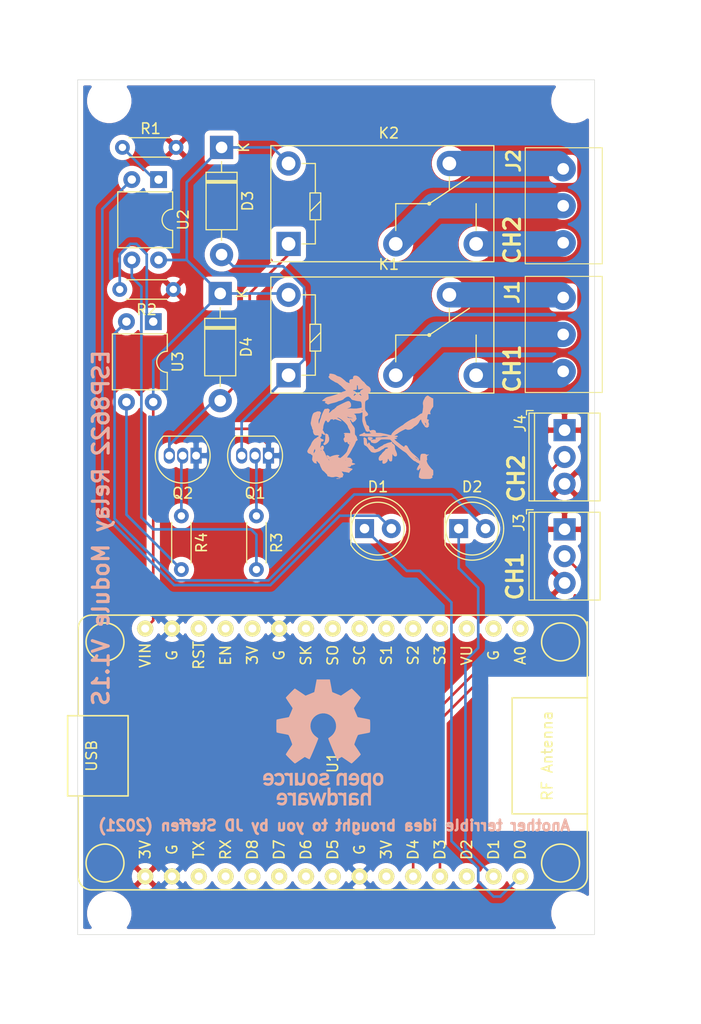
<source format=kicad_pcb>
(kicad_pcb (version 20171130) (host pcbnew "(5.1.8)-1")
  (layers (0 F.Cu signal) (31 B.Cu signal) (34 B.Paste user) (35 F.Paste user) (36 B.SilkS user) (37 F.SilkS user) (38 B.Mask user) (39 F.Mask user) (44 Edge.Cuts user))
  (net 0 "")
  (net 1 "Net-(D1-Pad2)")
  (net 2 "Net-(D1-Pad1)")
  (net 3 "Net-(D2-Pad1)")
  (net 4 "Net-(D2-Pad2)")
  (net 5 +5V)
  (net 6 "Net-(D3-Pad2)")
  (net 7 "Net-(D4-Pad2)")
  (net 8 "Net-(J1-Pad3)")
  (net 9 "Net-(J1-Pad2)")
  (net 10 "Net-(J1-Pad1)")
  (net 11 "Net-(J2-Pad1)")
  (net 12 "Net-(J2-Pad2)")
  (net 13 "Net-(J2-Pad3)")
  (net 14 "Net-(Q1-Pad2)")
  (net 15 GND)
  (net 16 "Net-(Q2-Pad2)")
  (net 17 VCC)
  (net 18 "Net-(R1-Pad2)")
  (net 19 "Net-(R2-Pad2)")
  (net 20 "Net-(R3-Pad2)")
  (net 21 "Net-(R4-Pad2)")
  (net 22 "Net-(J3-Pad2)")
  (net 23 "Net-(J4-Pad2)")
  (module Library:Stickman_Logo (layer B.Cu) (at 110.617 91.821 270)
    (fp_text reference G*** hide)
    (fp_text value LOGO hide)
  )
  (module Symbol:OSHW-Logo_11.4x12mm_SilkScreen (layer B.Cu) (at 106.299 121.793 180)
    (fp_text reference REF** hide)
    (fp_text value OSHW-Logo_11.4x12mm_SilkScreen hide)
  )
  (module ESP8266:ESP12F-Devkit-V3 (layer F.Cu) (at 105.918 123.063 270)
    (fp_text reference U1 (at 0.635 -1.27 270) (layer F.SilkS))
    (fp_text value "NodeMCU_1.0_(ESP-12E)")
    (fp_text user USB (at 0 21.59 90) (layer F.SilkS))
    (fp_text user "RF Antenna" (at 0 -21.59 90) (layer F.SilkS))
    (fp_text user VIN (at -9.525 16.51 90) (layer F.SilkS))
    (fp_text user G (at -9.525 13.97 90) (layer F.SilkS))
    (fp_text user RST (at -9.525 11.43 90) (layer F.SilkS))
    (fp_text user EN (at -9.525 8.89 90) (layer F.SilkS))
    (fp_text user 3V (at -9.525 6.35 90) (layer F.SilkS))
    (fp_text user G (at -9.525 3.81 90) (layer F.SilkS))
    (fp_text user SK (at -9.525 1.27 90) (layer F.SilkS))
    (fp_text user SO (at -9.525 -1.27 90) (layer F.SilkS))
    (fp_text user SC (at -9.525 -3.81 90) (layer F.SilkS))
    (fp_text user S1 (at -9.525 -6.35 90) (layer F.SilkS))
    (fp_text user S2 (at -9.525 -8.89 90) (layer F.SilkS))
    (fp_text user S3 (at -9.525 -11.43 90) (layer F.SilkS))
    (fp_text user VU (at -9.525 -13.97 90) (layer F.SilkS))
    (fp_text user G (at -9.525 -16.51 90) (layer F.SilkS))
    (fp_text user A0 (at -9.525 -19.05 90) (layer F.SilkS))
    (fp_text user 3V (at 8.89 16.51 90) (layer F.SilkS))
    (fp_text user G (at 8.89 13.97 90) (layer F.SilkS))
    (fp_text user TX (at 8.89 11.43 90) (layer F.SilkS))
    (fp_text user RX (at 8.89 8.89 90) (layer F.SilkS))
    (fp_text user D8 (at 8.89 6.35 90) (layer F.SilkS))
    (fp_text user D7 (at 8.89 3.81 90) (layer F.SilkS))
    (fp_text user D6 (at 8.89 1.27 90) (layer F.SilkS))
    (fp_text user D5 (at 8.89 -1.27 90) (layer F.SilkS))
    (fp_text user G (at 8.89 -3.81 90) (layer F.SilkS))
    (fp_text user 3V (at 8.89 -6.35 90) (layer F.SilkS))
    (fp_text user D4 (at 8.89 -8.89 90) (layer F.SilkS))
    (fp_text user D3 (at 8.89 -11.43 90) (layer F.SilkS))
    (fp_text user D2 (at 8.89 -13.97 90) (layer F.SilkS))
    (fp_text user D1 (at 8.89 -16.51 90) (layer F.SilkS))
    (fp_text user D0 (at 8.89 -19.05 90) (layer F.SilkS))
    (pad 1 thru_hole circle (at -12.065 -19.05 270) (size 1.524 1.524) (drill 0.762) (layers *.Cu *.Mask F.SilkS))
    (pad 2 thru_hole circle (at -12.065 -16.51 270) (size 1.524 1.524) (drill 0.762) (layers *.Cu *.Mask F.SilkS))
    (pad 3 thru_hole circle (at -12.065 -13.97 270) (size 1.524 1.524) (drill 0.762) (layers *.Cu *.Mask F.SilkS))
    (pad 4 thru_hole circle (at -12.065 -11.43 270) (size 1.524 1.524) (drill 0.762) (layers *.Cu *.Mask F.SilkS))
    (pad 5 thru_hole circle (at -12.065 -8.89 270) (size 1.524 1.524) (drill 0.762) (layers *.Cu *.Mask F.SilkS))
    (pad 6 thru_hole circle (at -12.065 -6.35 270) (size 1.524 1.524) (drill 0.762) (layers *.Cu *.Mask F.SilkS))
    (pad 7 thru_hole circle (at -12.065 -3.81 270) (size 1.524 1.524) (drill 0.762) (layers *.Cu *.Mask F.SilkS))
    (pad 8 thru_hole circle (at -12.065 -1.27 270) (size 1.524 1.524) (drill 0.762) (layers *.Cu *.Mask F.SilkS))
    (pad 9 thru_hole circle (at -12.065 1.27 270) (size 1.524 1.524) (drill 0.762) (layers *.Cu *.Mask F.SilkS))
    (pad 10 thru_hole circle (at -12.065 3.81 270) (size 1.524 1.524) (drill 0.762) (layers *.Cu *.Mask F.SilkS) (net 15 GND))
    (pad 11 thru_hole circle (at -12.065 6.35 270) (size 1.524 1.524) (drill 0.762) (layers *.Cu *.Mask F.SilkS))
    (pad 12 thru_hole circle (at -12.065 8.89 270) (size 1.524 1.524) (drill 0.762) (layers *.Cu *.Mask F.SilkS))
    (pad 13 thru_hole circle (at -12.065 11.43 270) (size 1.524 1.524) (drill 0.762) (layers *.Cu *.Mask F.SilkS))
    (pad 14 thru_hole circle (at -12.065 13.97 270) (size 1.524 1.524) (drill 0.762) (layers *.Cu *.Mask F.SilkS) (net 15 GND))
    (pad 15 thru_hole circle (at -12.065 16.51 270) (size 1.524 1.524) (drill 0.762) (layers *.Cu *.Mask F.SilkS) (net 5 +5V))
    (pad 16 thru_hole circle (at 11.43 16.51 270) (size 1.524 1.524) (drill 0.762) (layers *.Cu *.Mask F.SilkS) (net 17 VCC))
    (pad 17 thru_hole circle (at 11.43 13.97 270) (size 1.524 1.524) (drill 0.762) (layers *.Cu *.Mask F.SilkS) (net 15 GND))
    (pad 18 thru_hole circle (at 11.43 11.43 270) (size 1.524 1.524) (drill 0.762) (layers *.Cu *.Mask F.SilkS))
    (pad 19 thru_hole circle (at 11.43 8.89 270) (size 1.524 1.524) (drill 0.762) (layers *.Cu *.Mask F.SilkS))
    (pad 20 thru_hole circle (at 11.43 6.35 270) (size 1.524 1.524) (drill 0.762) (layers *.Cu *.Mask F.SilkS))
    (pad 21 thru_hole circle (at 11.43 3.81 270) (size 1.524 1.524) (drill 0.762) (layers *.Cu *.Mask F.SilkS))
    (pad 22 thru_hole circle (at 11.43 1.27 270) (size 1.524 1.524) (drill 0.762) (layers *.Cu *.Mask F.SilkS))
    (pad 23 thru_hole circle (at 11.43 -1.27 270) (size 1.524 1.524) (drill 0.762) (layers *.Cu *.Mask F.SilkS))
    (pad 24 thru_hole circle (at 11.43 -3.81 270) (size 1.524 1.524) (drill 0.762) (layers *.Cu *.Mask F.SilkS) (net 15 GND))
    (pad 25 thru_hole circle (at 11.43 -6.35 270) (size 1.524 1.524) (drill 0.762) (layers *.Cu *.Mask F.SilkS))
    (pad 26 thru_hole circle (at 11.43 -8.89 270) (size 1.524 1.524) (drill 0.762) (layers *.Cu *.Mask F.SilkS) (net 23 "Net-(J4-Pad2)"))
    (pad 27 thru_hole circle (at 11.43 -11.43 270) (size 1.524 1.524) (drill 0.762) (layers *.Cu *.Mask F.SilkS) (net 22 "Net-(J3-Pad2)"))
    (pad 28 thru_hole circle (at 11.43 -13.97 270) (size 1.524 1.524) (drill 0.762) (layers *.Cu *.Mask F.SilkS))
    (pad 29 thru_hole circle (at 11.43 -16.51 270) (size 1.524 1.524) (drill 0.762) (layers *.Cu *.Mask F.SilkS) (net 3 "Net-(D2-Pad1)"))
    (pad 30 thru_hole circle (at 11.43 -19.05 270) (size 1.524 1.524) (drill 0.762) (layers *.Cu *.Mask F.SilkS) (net 2 "Net-(D1-Pad1)"))
  )
  (module LED_THT:LED_D5.0mm (layer F.Cu) (at 110.2 101.531)
    (fp_text reference D1 (at 1.27 -3.96) (layer F.SilkS))
    (fp_text value LED_Small_ALT)
    (pad 2 thru_hole circle (at 2.54 0) (size 1.8 1.8) (drill 0.9) (layers *.Cu *.Mask) (net 1 "Net-(D1-Pad2)"))
    (pad 1 thru_hole rect (at 0 0) (size 1.8 1.8) (drill 0.9) (layers *.Cu *.Mask) (net 2 "Net-(D1-Pad1)"))
  )
  (module LED_THT:LED_D5.0mm (layer F.Cu) (at 119.126 101.531)
    (fp_text reference D2 (at 1.27 -3.96) (layer F.SilkS))
    (fp_text value LED_Small_ALT)
    (pad 1 thru_hole rect (at 0 0) (size 1.8 1.8) (drill 0.9) (layers *.Cu *.Mask) (net 3 "Net-(D2-Pad1)"))
    (pad 2 thru_hole circle (at 2.54 0) (size 1.8 1.8) (drill 0.9) (layers *.Cu *.Mask) (net 4 "Net-(D2-Pad2)"))
  )
  (module Diode_THT:D_DO-41_SOD81_P10.16mm_Horizontal (layer F.Cu) (at 96.647 65.405 270)
    (fp_text reference D3 (at 5.08 -2.47 90) (layer F.SilkS))
    (fp_text value 1N4003)
    (fp_text user K (at 0 -2.1 90) (layer F.SilkS))
    (pad 1 thru_hole rect (at 0 0 270) (size 2.2 2.2) (drill 1.1) (layers *.Cu *.Mask) (net 5 +5V))
    (pad 2 thru_hole oval (at 10.16 0 270) (size 2.2 2.2) (drill 1.1) (layers *.Cu *.Mask) (net 6 "Net-(D3-Pad2)"))
  )
  (module Diode_THT:D_DO-41_SOD81_P10.16mm_Horizontal (layer F.Cu) (at 96.52 79.248 270)
    (fp_text reference D4 (at 5.08 -2.47 90) (layer F.SilkS))
    (fp_text value 1N4003)
    (fp_text user K (at 0 -2.1 90) (layer F.SilkS))
    (pad 2 thru_hole oval (at 10.16 0 270) (size 2.2 2.2) (drill 1.1) (layers *.Cu *.Mask) (net 7 "Net-(D4-Pad2)"))
    (pad 1 thru_hole rect (at 0 0 270) (size 2.2 2.2) (drill 1.1) (layers *.Cu *.Mask) (net 5 +5V))
  )
  (module MountingHole:MountingHole_3.2mm_M3 (layer F.Cu) (at 86 61)
    (fp_text reference H1 hide)
    (fp_text value MountingHole)
    (pad 1 np_thru_hole circle (at 0 0) (size 3.2 3.2) (drill 3.2) (layers *.Cu *.Mask))
  )
  (module MountingHole:MountingHole_3.2mm_M3 (layer F.Cu) (at 86 138)
    (fp_text reference H2 hide)
    (fp_text value MountingHole)
    (pad 1 np_thru_hole circle (at 0 0) (size 3.2 3.2) (drill 3.2) (layers *.Cu *.Mask))
  )
  (module MountingHole:MountingHole_3.2mm_M3 (layer F.Cu) (at 130 138)
    (fp_text reference H3 hide)
    (fp_text value MountingHole)
    (pad 1 np_thru_hole circle (at 0 0) (size 3.2 3.2) (drill 3.2) (layers *.Cu *.Mask))
  )
  (module MountingHole:MountingHole_3.2mm_M3 (layer F.Cu) (at 130 61)
    (fp_text reference H4 hide)
    (fp_text value MountingHole)
    (pad 1 np_thru_hole circle (at 0 0) (size 3.2 3.2) (drill 3.2) (layers *.Cu *.Mask))
  )
  (module Relay_THT:Relay_SPDT_Omron-G5Q-1 (layer F.Cu) (at 102.997 86.995)
    (fp_text reference K1 (at 9.5 -10.5 180) (layer F.SilkS))
    (fp_text value G5Q-1)
    (pad 5 thru_hole circle (at 0 -7.62 180) (size 2.3 2.3) (drill 1.3) (layers *.Cu *.Mask) (net 5 +5V))
    (pad 4 thru_hole circle (at 15.24 -7.62 180) (size 2.3 2.3) (drill 1.3) (layers *.Cu *.Mask) (net 10 "Net-(J1-Pad1)"))
    (pad 3 thru_hole circle (at 17.78 0 180) (size 2.3 2.3) (drill 1.3) (layers *.Cu *.Mask) (net 8 "Net-(J1-Pad3)"))
    (pad 2 thru_hole circle (at 10.16 0 180) (size 2.3 2.3) (drill 1.3) (layers *.Cu *.Mask) (net 9 "Net-(J1-Pad2)"))
    (pad 1 thru_hole rect (at 0 0 180) (size 2.3 2.3) (drill 1.3) (layers *.Cu *.Mask) (net 6 "Net-(D3-Pad2)"))
  )
  (module Relay_THT:Relay_SPDT_Omron-G5Q-1 (layer F.Cu) (at 102.997 74.549)
    (fp_text reference K2 (at 9.5 -10.5 180) (layer F.SilkS))
    (fp_text value G5Q-1)
    (pad 1 thru_hole rect (at 0 0 180) (size 2.3 2.3) (drill 1.3) (layers *.Cu *.Mask) (net 7 "Net-(D4-Pad2)"))
    (pad 2 thru_hole circle (at 10.16 0 180) (size 2.3 2.3) (drill 1.3) (layers *.Cu *.Mask) (net 12 "Net-(J2-Pad2)"))
    (pad 3 thru_hole circle (at 17.78 0 180) (size 2.3 2.3) (drill 1.3) (layers *.Cu *.Mask) (net 13 "Net-(J2-Pad3)"))
    (pad 4 thru_hole circle (at 15.24 -7.62 180) (size 2.3 2.3) (drill 1.3) (layers *.Cu *.Mask) (net 11 "Net-(J2-Pad1)"))
    (pad 5 thru_hole circle (at 0 -7.62 180) (size 2.3 2.3) (drill 1.3) (layers *.Cu *.Mask) (net 5 +5V))
  )
  (module Package_TO_SOT_THT:TO-92_Inline (layer F.Cu) (at 101.092 94.615 180)
    (fp_text reference Q1 (at 1.27 -3.56) (layer F.SilkS))
    (fp_text value 2N3904)
    (pad 2 thru_hole oval (at 1.27 0 180) (size 1.05 1.5) (drill 0.75) (layers *.Cu *.Mask) (net 14 "Net-(Q1-Pad2)"))
    (pad 3 thru_hole oval (at 2.54 0 180) (size 1.05 1.5) (drill 0.75) (layers *.Cu *.Mask) (net 6 "Net-(D3-Pad2)"))
    (pad 1 thru_hole rect (at 0 0 180) (size 1.05 1.5) (drill 0.75) (layers *.Cu *.Mask) (net 15 GND))
  )
  (module Package_TO_SOT_THT:TO-92_Inline (layer F.Cu) (at 94.234 94.615 180)
    (fp_text reference Q2 (at 1.27 -3.56) (layer F.SilkS))
    (fp_text value 2N3904)
    (pad 1 thru_hole rect (at 0 0 180) (size 1.05 1.5) (drill 0.75) (layers *.Cu *.Mask) (net 15 GND))
    (pad 3 thru_hole oval (at 2.54 0 180) (size 1.05 1.5) (drill 0.75) (layers *.Cu *.Mask) (net 7 "Net-(D4-Pad2)"))
    (pad 2 thru_hole oval (at 1.27 0 180) (size 1.05 1.5) (drill 0.75) (layers *.Cu *.Mask) (net 16 "Net-(Q2-Pad2)"))
  )
  (module Resistor_THT:R_Axial_DIN0204_L3.6mm_D1.6mm_P5.08mm_Horizontal (layer F.Cu) (at 92.329 65.405 180)
    (fp_text reference R1 (at 2.413 1.778) (layer F.SilkS))
    (fp_text value 1K)
    (pad 1 thru_hole circle (at 0 0 180) (size 1.4 1.4) (drill 0.7) (layers *.Cu *.Mask) (net 17 VCC))
    (pad 2 thru_hole oval (at 5.08 0 180) (size 1.4 1.4) (drill 0.7) (layers *.Cu *.Mask) (net 18 "Net-(R1-Pad2)"))
  )
  (module Resistor_THT:R_Axial_DIN0204_L3.6mm_D1.6mm_P5.08mm_Horizontal (layer F.Cu) (at 92.075 78.867 180)
    (fp_text reference R2 (at 2.54 -1.92) (layer F.SilkS))
    (fp_text value 1K)
    (pad 2 thru_hole oval (at 5.08 0 180) (size 1.4 1.4) (drill 0.7) (layers *.Cu *.Mask) (net 19 "Net-(R2-Pad2)"))
    (pad 1 thru_hole circle (at 0 0 180) (size 1.4 1.4) (drill 0.7) (layers *.Cu *.Mask) (net 17 VCC))
  )
  (module Resistor_THT:R_Axial_DIN0204_L3.6mm_D1.6mm_P5.08mm_Horizontal (layer F.Cu) (at 99.949 100.33 270)
    (fp_text reference R3 (at 2.54 -1.92 90) (layer F.SilkS))
    (fp_text value 510)
    (pad 1 thru_hole circle (at 0 0 270) (size 1.4 1.4) (drill 0.7) (layers *.Cu *.Mask) (net 14 "Net-(Q1-Pad2)"))
    (pad 2 thru_hole oval (at 5.08 0 270) (size 1.4 1.4) (drill 0.7) (layers *.Cu *.Mask) (net 20 "Net-(R3-Pad2)"))
  )
  (module Resistor_THT:R_Axial_DIN0204_L3.6mm_D1.6mm_P5.08mm_Horizontal (layer F.Cu) (at 92.837 100.33 270)
    (fp_text reference R4 (at 2.54 -1.92 90) (layer F.SilkS))
    (fp_text value 510)
    (pad 2 thru_hole oval (at 5.08 0 270) (size 1.4 1.4) (drill 0.7) (layers *.Cu *.Mask) (net 21 "Net-(R4-Pad2)"))
    (pad 1 thru_hole circle (at 0 0 270) (size 1.4 1.4) (drill 0.7) (layers *.Cu *.Mask) (net 16 "Net-(Q2-Pad2)"))
  )
  (module Package_DIP:DIP-4_W7.62mm (layer F.Cu) (at 90.678 68.453 270)
    (fp_text reference U2 (at 3.81 -2.33 90) (layer F.SilkS))
    (fp_text value EL817)
    (pad 4 thru_hole oval (at 7.62 0 270) (size 1.6 1.6) (drill 0.8) (layers *.Cu *.Mask) (net 5 +5V))
    (pad 2 thru_hole oval (at 0 2.54 270) (size 1.6 1.6) (drill 0.8) (layers *.Cu *.Mask) (net 1 "Net-(D1-Pad2)"))
    (pad 3 thru_hole oval (at 7.62 2.54 270) (size 1.6 1.6) (drill 0.8) (layers *.Cu *.Mask) (net 20 "Net-(R3-Pad2)"))
    (pad 1 thru_hole rect (at 0 0 270) (size 1.6 1.6) (drill 0.8) (layers *.Cu *.Mask) (net 18 "Net-(R1-Pad2)"))
  )
  (module Package_DIP:DIP-4_W7.62mm (layer F.Cu) (at 90.17 81.915 270)
    (fp_text reference U3 (at 3.81 -2.33 90) (layer F.SilkS))
    (fp_text value EL817)
    (pad 1 thru_hole rect (at 0 0 270) (size 1.6 1.6) (drill 0.8) (layers *.Cu *.Mask) (net 19 "Net-(R2-Pad2)"))
    (pad 3 thru_hole oval (at 7.62 2.54 270) (size 1.6 1.6) (drill 0.8) (layers *.Cu *.Mask) (net 21 "Net-(R4-Pad2)"))
    (pad 2 thru_hole oval (at 0 2.54 270) (size 1.6 1.6) (drill 0.8) (layers *.Cu *.Mask) (net 4 "Net-(D2-Pad2)"))
    (pad 4 thru_hole oval (at 7.62 0 270) (size 1.6 1.6) (drill 0.8) (layers *.Cu *.Mask) (net 5 +5V))
  )
  (module SamacSys_Parts:5442251 (layer F.Cu) (at 129.032 79.629 270)
    (fp_text reference J1 (at -0.508 4.826 90) (layer F.SilkS) (effects (font (size 1.27 1.27) (thickness 0.254))))
    (fp_text value RELAY1 hide)
    (pad 3 thru_hole circle (at 7 0 270) (size 1.65 1.65) (drill 1.1) (layers *.Cu *.Mask) (net 8 "Net-(J1-Pad3)"))
    (pad 2 thru_hole circle (at 3.5 0 270) (size 1.65 1.65) (drill 1.1) (layers *.Cu *.Mask) (net 9 "Net-(J1-Pad2)"))
    (pad 1 thru_hole rect (at 0 0 270) (size 1.65 1.65) (drill 1.1) (layers *.Cu *.Mask) (net 10 "Net-(J1-Pad1)"))
  )
  (module SamacSys_Parts:5442251 (layer F.Cu) (at 129.032 67.437 270)
    (fp_text reference J2 (at -0.762 4.699 90) (layer F.SilkS) (effects (font (size 1.27 1.27) (thickness 0.254))))
    (fp_text value RELAY2 hide)
    (pad 1 thru_hole rect (at 0 0 270) (size 1.65 1.65) (drill 1.1) (layers *.Cu *.Mask) (net 11 "Net-(J2-Pad1)"))
    (pad 2 thru_hole circle (at 3.5 0 270) (size 1.65 1.65) (drill 1.1) (layers *.Cu *.Mask) (net 12 "Net-(J2-Pad2)"))
    (pad 3 thru_hole circle (at 7 0 270) (size 1.65 1.65) (drill 1.1) (layers *.Cu *.Mask) (net 13 "Net-(J2-Pad3)"))
  )
  (module TerminalBlock_TE-Connectivity:TerminalBlock_TE_282834-3_1x03_P2.54mm_Horizontal (layer F.Cu) (at 129.159 101.6 270)
    (fp_text reference J3 (at -0.635 4.318 90) (layer F.SilkS))
    (fp_text value SENSOR_1)
    (pad 3 thru_hole circle (at 5.08 0 270) (size 2.1 2.1) (drill 1.1) (layers *.Cu *.Mask) (net 17 VCC))
    (pad 2 thru_hole circle (at 2.54 0 270) (size 2.1 2.1) (drill 1.1) (layers *.Cu *.Mask) (net 22 "Net-(J3-Pad2)"))
    (pad 1 thru_hole rect (at 0 0 270) (size 2.1 2.1) (drill 1.1) (layers *.Cu *.Mask) (net 17 VCC))
  )
  (module TerminalBlock_TE-Connectivity:TerminalBlock_TE_282834-3_1x03_P2.54mm_Horizontal (layer F.Cu) (at 129.159 92.202 270)
    (fp_text reference J4 (at -0.635 4.191 90) (layer F.SilkS))
    (fp_text value SENSOR_2)
    (pad 1 thru_hole rect (at 0 0 270) (size 2.1 2.1) (drill 1.1) (layers *.Cu *.Mask) (net 17 VCC))
    (pad 2 thru_hole circle (at 2.54 0 270) (size 2.1 2.1) (drill 1.1) (layers *.Cu *.Mask) (net 23 "Net-(J4-Pad2)"))
    (pad 3 thru_hole circle (at 5.08 0 270) (size 2.1 2.1) (drill 1.1) (layers *.Cu *.Mask) (net 17 VCC))
  )
  (gr_text "Another terrible idea brought to you by JD Steffen (2021)" (at 107.315 129.667) (layer B.SilkS) (effects (font (size 1 1) (thickness 0.25)) (justify mirror)))
  (gr_text "ESP8622 Relay Module V1.1S" (at 85.217 101.473 90) (layer B.SilkS) (effects (font (size 1.5 1.5) (thickness 0.3)) (justify mirror)))
  (gr_text CH2 (at 124.587 96.774 90) (layer F.SilkS) (effects (font (size 1.5 1.5) (thickness 0.3))))
  (gr_text CH1 (at 124.46 106.045 90) (layer F.SilkS) (effects (font (size 1.5 1.5) (thickness 0.3))))
  (gr_text CH2 (at 124.206 74.168 90) (layer F.SilkS) (effects (font (size 1.5 1.5) (thickness 0.3))))
  (gr_text CH1 (at 124.206 86.36 90) (layer F.SilkS) (effects (font (size 1.5 1.5) (thickness 0.3))))
  (gr_line (start 83 59) (end 132 59) (layer Edge.Cuts) (width 0.05))
  (gr_line (start 83 140) (end 83 59) (layer Edge.Cuts) (width 0.05))
  (gr_line (start 132 140) (end 83 140) (layer Edge.Cuts) (width 0.05))
  (gr_line (start 132 59) (end 132 140) (layer Edge.Cuts) (width 0.05))
  (segment (start 92.158598 106.88501) (end 85.344 100.070412) (width 0.25) (layer B.Cu) (net 1))
  (segment (start 101.269399 106.885011) (end 92.158598 106.88501) (width 0.25) (layer B.Cu) (net 1))
  (segment (start 107.848411 100.305999) (end 101.269399 106.885011) (width 0.25) (layer B.Cu) (net 1))
  (segment (start 111.514999 100.305999) (end 107.848411 100.305999) (width 0.25) (layer B.Cu) (net 1))
  (segment (start 112.74 101.531) (end 111.514999 100.305999) (width 0.25) (layer B.Cu) (net 1))
  (segment (start 85.344 71.247) (end 88.138 68.453) (width 0.25) (layer B.Cu) (net 1))
  (segment (start 85.344 100.070412) (end 85.344 71.247) (width 0.25) (layer B.Cu) (net 1))
  (segment (start 124.968 134.493) (end 123.063 136.398) (width 0.25) (layer B.Cu) (net 2))
  (segment (start 118.435001 131.136411) (end 118.435001 108.529001) (width 0.25) (layer B.Cu) (net 2))
  (segment (start 120.975001 133.676411) (end 118.435001 131.136411) (width 0.25) (layer B.Cu) (net 2))
  (segment (start 120.975001 134.945001) (end 120.975001 133.676411) (width 0.25) (layer B.Cu) (net 2))
  (segment (start 122.428 136.398) (end 120.975001 134.945001) (width 0.25) (layer B.Cu) (net 2))
  (segment (start 123.063 136.398) (end 122.428 136.398) (width 0.25) (layer B.Cu) (net 2))
  (segment (start 118.435001 108.529001) (end 115.443 105.537) (width 0.25) (layer B.Cu) (net 2))
  (segment (start 114.206 105.537) (end 110.2 101.531) (width 0.25) (layer B.Cu) (net 2))
  (segment (start 115.443 105.537) (end 114.206 105.537) (width 0.25) (layer B.Cu) (net 2))
  (segment (start 122.428 134.493) (end 119.761 131.826) (width 0.25) (layer B.Cu) (net 3))
  (segment (start 119.761 131.826) (end 119.761 114.046) (width 0.25) (layer B.Cu) (net 3))
  (segment (start 120.975001 112.831999) (end 120.975001 107.132001) (width 0.25) (layer B.Cu) (net 3))
  (segment (start 119.761 114.046) (end 120.975001 112.831999) (width 0.25) (layer B.Cu) (net 3))
  (segment (start 119.126 105.283) (end 119.126 101.531) (width 0.25) (layer B.Cu) (net 3))
  (segment (start 120.975001 107.132001) (end 119.126 105.283) (width 0.25) (layer B.Cu) (net 3))
  (segment (start 92.344999 106.435001) (end 101.082999 106.435001) (width 0.25) (layer B.Cu) (net 4))
  (segment (start 86.504999 100.595001) (end 92.344999 106.435001) (width 0.25) (layer B.Cu) (net 4))
  (segment (start 86.504999 83.040001) (end 86.504999 100.595001) (width 0.25) (layer B.Cu) (net 4))
  (segment (start 87.63 81.915) (end 86.504999 83.040001) (width 0.25) (layer B.Cu) (net 4))
  (segment (start 101.082999 106.435001) (end 109.22 98.298) (width 0.25) (layer B.Cu) (net 4))
  (segment (start 118.433 98.298) (end 121.666 101.531) (width 0.25) (layer B.Cu) (net 4))
  (segment (start 109.22 98.298) (end 118.433 98.298) (width 0.25) (layer B.Cu) (net 4))
  (segment (start 90.17 85.598) (end 96.52 79.248) (width 0.25) (layer B.Cu) (net 5))
  (segment (start 90.17 89.535) (end 90.17 85.598) (width 0.25) (layer B.Cu) (net 5))
  (segment (start 102.87 79.248) (end 102.997 79.375) (width 0.25) (layer B.Cu) (net 5))
  (segment (start 96.52 79.248) (end 102.87 79.248) (width 0.25) (layer B.Cu) (net 5))
  (segment (start 93.345 76.073) (end 96.52 79.248) (width 0.25) (layer B.Cu) (net 5))
  (segment (start 90.678 76.073) (end 93.345 76.073) (width 0.25) (layer B.Cu) (net 5))
  (segment (start 93.345 68.707) (end 96.647 65.405) (width 0.25) (layer B.Cu) (net 5))
  (segment (start 93.345 76.073) (end 93.345 68.707) (width 0.25) (layer B.Cu) (net 5))
  (segment (start 101.473 65.405) (end 102.997 66.929) (width 0.25) (layer B.Cu) (net 5))
  (segment (start 96.647 65.405) (end 101.473 65.405) (width 0.25) (layer B.Cu) (net 5))
  (segment (start 90.169999 110.236001) (end 89.408 110.998) (width 0.25) (layer F.Cu) (net 5))
  (segment (start 90.17 89.535) (end 90.169999 110.236001) (width 0.25) (layer F.Cu) (net 5))
  (segment (start 98.552 91.44) (end 102.997 86.995) (width 0.25) (layer B.Cu) (net 6))
  (segment (start 98.552 94.615) (end 98.552 91.44) (width 0.25) (layer B.Cu) (net 6))
  (segment (start 97.746999 76.664999) (end 96.647 75.565) (width 0.25) (layer B.Cu) (net 6))
  (segment (start 102.470001 76.664999) (end 97.746999 76.664999) (width 0.25) (layer B.Cu) (net 6))
  (segment (start 104.472001 78.666999) (end 102.470001 76.664999) (width 0.25) (layer B.Cu) (net 6))
  (segment (start 104.472001 85.519999) (end 104.472001 78.666999) (width 0.25) (layer B.Cu) (net 6))
  (segment (start 102.997 86.995) (end 104.472001 85.519999) (width 0.25) (layer B.Cu) (net 6))
  (segment (start 95.901 89.408) (end 96.52 89.408) (width 0.25) (layer B.Cu) (net 7))
  (segment (start 91.694 93.615) (end 95.901 89.408) (width 0.25) (layer B.Cu) (net 7))
  (segment (start 91.694 94.615) (end 91.694 93.615) (width 0.25) (layer B.Cu) (net 7))
  (segment (start 91.694 94.615) (end 91.694 92.837) (width 0.25) (layer B.Cu) (net 7))
  (segment (start 99.314 86.614) (end 96.52 89.408) (width 0.25) (layer F.Cu) (net 7))
  (segment (start 99.314 79.239002) (end 99.314 86.614) (width 0.25) (layer F.Cu) (net 7))
  (segment (start 102.997 75.556002) (end 99.314 79.239002) (width 0.25) (layer F.Cu) (net 7))
  (segment (start 102.997 74.549) (end 102.997 75.556002) (width 0.25) (layer F.Cu) (net 7))
  (segment (start 128.666 86.995) (end 129.032 86.629) (width 2.4) (layer B.Cu) (net 8))
  (segment (start 120.777 86.995) (end 128.666 86.995) (width 2.4) (layer B.Cu) (net 8))
  (segment (start 117.023 83.129) (end 129.032 83.129) (width 2.4) (layer B.Cu) (net 9))
  (segment (start 113.157 86.995) (end 117.023 83.129) (width 2.4) (layer B.Cu) (net 9))
  (segment (start 128.778 79.375) (end 129.032 79.629) (width 2.4) (layer B.Cu) (net 10))
  (segment (start 118.237 79.375) (end 128.778 79.375) (width 2.4) (layer B.Cu) (net 10))
  (segment (start 128.524 66.929) (end 129.032 67.437) (width 2.4) (layer B.Cu) (net 11))
  (segment (start 118.237 66.929) (end 128.524 66.929) (width 2.4) (layer B.Cu) (net 11))
  (segment (start 116.769 70.937) (end 129.032 70.937) (width 2.4) (layer B.Cu) (net 12))
  (segment (start 113.157 74.549) (end 116.769 70.937) (width 2.4) (layer B.Cu) (net 12))
  (segment (start 128.92 74.549) (end 129.032 74.437) (width 2.4) (layer B.Cu) (net 13))
  (segment (start 120.777 74.549) (end 128.92 74.549) (width 2.4) (layer B.Cu) (net 13))
  (segment (start 99.949 94.742) (end 99.822 94.615) (width 0.25) (layer B.Cu) (net 14))
  (segment (start 99.949 100.33) (end 99.949 94.742) (width 0.25) (layer B.Cu) (net 14))
  (segment (start 94.234 94.615) (end 94.234 93.345) (width 0.25) (layer F.Cu) (net 15))
  (segment (start 94.234 93.345) (end 95.504 92.075) (width 0.25) (layer F.Cu) (net 15))
  (segment (start 101.092 93.615) (end 101.092 94.615) (width 0.25) (layer F.Cu) (net 15))
  (segment (start 99.552 92.075) (end 101.092 93.615) (width 0.25) (layer F.Cu) (net 15))
  (segment (start 95.504 92.075) (end 99.552 92.075) (width 0.25) (layer F.Cu) (net 15))
  (segment (start 92.837 94.742) (end 92.964 94.615) (width 0.25) (layer B.Cu) (net 16))
  (segment (start 92.837 100.33) (end 92.837 94.742) (width 0.25) (layer B.Cu) (net 16))
  (segment (start 90.297 68.453) (end 90.678 68.453) (width 0.25) (layer B.Cu) (net 18))
  (segment (start 87.249 65.405) (end 90.297 68.453) (width 0.25) (layer B.Cu) (net 18))
  (segment (start 86.995 75.550998) (end 87.996998 74.549) (width 0.25) (layer B.Cu) (net 19))
  (segment (start 86.995 78.867) (end 86.995 75.550998) (width 0.25) (layer B.Cu) (net 19))
  (segment (start 89.552999 75.532999) (end 89.552999 81.297999) (width 0.25) (layer B.Cu) (net 19))
  (segment (start 88.569 74.549) (end 89.552999 75.532999) (width 0.25) (layer B.Cu) (net 19))
  (segment (start 89.552999 81.297999) (end 90.17 81.915) (width 0.25) (layer B.Cu) (net 19))
  (segment (start 87.996998 74.549) (end 88.569 74.549) (width 0.25) (layer B.Cu) (net 19))
  (segment (start 99.949 105.41) (end 99.949 103.759) (width 0.25) (layer B.Cu) (net 20))
  (segment (start 89.044999 78.604997) (end 89.044999 100.474999) (width 0.25) (layer B.Cu) (net 20))
  (segment (start 88.138 77.697998) (end 89.044999 78.604997) (width 0.25) (layer B.Cu) (net 20))
  (segment (start 88.138 76.073) (end 88.138 77.697998) (width 0.25) (layer B.Cu) (net 20))
  (segment (start 89.044999 100.474999) (end 90.17 101.6) (width 0.25) (layer B.Cu) (net 20))
  (segment (start 90.17 101.6) (end 99.441 101.6) (width 0.25) (layer B.Cu) (net 20))
  (segment (start 99.949 102.108) (end 99.949 105.41) (width 0.25) (layer B.Cu) (net 20))
  (segment (start 99.441 101.6) (end 99.949 102.108) (width 0.25) (layer B.Cu) (net 20))
  (segment (start 87.63 100.203) (end 87.63 89.535) (width 0.25) (layer B.Cu) (net 21))
  (segment (start 92.837 105.41) (end 87.63 100.203) (width 0.25) (layer B.Cu) (net 21))
  (segment (start 117.348 119.682364) (end 122.603364 114.427) (width 0.25) (layer F.Cu) (net 22))
  (segment (start 117.348 134.493) (end 117.348 119.682364) (width 0.25) (layer F.Cu) (net 22))
  (segment (start 122.603364 114.427) (end 127.762 114.427) (width 0.25) (layer F.Cu) (net 22))
  (segment (start 127.762 114.427) (end 131.064 111.125) (width 0.25) (layer F.Cu) (net 22))
  (segment (start 131.064 106.045) (end 129.159 104.14) (width 0.25) (layer F.Cu) (net 22))
  (segment (start 131.064 111.125) (end 131.064 106.045) (width 0.25) (layer F.Cu) (net 22))
  (segment (start 114.808 134.493) (end 114.808 121.031) (width 0.25) (layer F.Cu) (net 23))
  (segment (start 122.809 113.03) (end 127.508 113.03) (width 0.25) (layer F.Cu) (net 23))
  (segment (start 114.808 121.031) (end 122.809 113.03) (width 0.25) (layer F.Cu) (net 23))
  (segment (start 127.508 113.03) (end 128.27 112.268) (width 0.25) (layer F.Cu) (net 23))
  (segment (start 128.27 112.268) (end 128.27 109.982) (width 0.25) (layer F.Cu) (net 23))
  (segment (start 128.27 109.982) (end 126.238 107.95) (width 0.25) (layer F.Cu) (net 23))
  (segment (start 126.238 97.663) (end 129.159 94.742) (width 0.25) (layer F.Cu) (net 23))
  (segment (start 126.238 107.95) (end 126.238 97.663) (width 0.25) (layer F.Cu) (net 23))
  (zone (net 0) (net_name "") (layers F&B.Cu) (connect_pads (clearance 0.508)) (min_thickness 0.254)
    (keepout (tracks not_allowed) (vias not_allowed) (copperpour not_allowed))
    (fill (arc_segments 32) (thermal_gap 0.508) (thermal_bridge_width 0.508))
    (polygon (pts (xy 131.953 130.175) (xy 121.92 130.175) (xy 121.92 115.57) (xy 131.953 115.57)))
  )
  (zone (net 17) (net_name VCC) (layer F.Cu) (connect_pads (clearance 0.508)) (min_thickness 0.254) (fill yes (arc_segments 32) (thermal_gap 0.508) (thermal_bridge_width 0.508))
    (polygon (pts (xy 136.652 52.197) (xy 136.652 148.463) (xy 76.581 145.669) (xy 75.819 51.562) (xy 75.692 51.435)))
  )
  (zone (net 15) (net_name GND) (layer B.Cu) (connect_pads (clearance 0.508)) (min_thickness 0.254) (fill yes (arc_segments 32) (thermal_gap 0.508) (thermal_bridge_width 0.508))
    (polygon (pts (xy 136.652 52.197) (xy 136.652 148.463) (xy 76.581 145.669) (xy 75.819 51.562) (xy 75.692 51.435)))
  )
)
</source>
